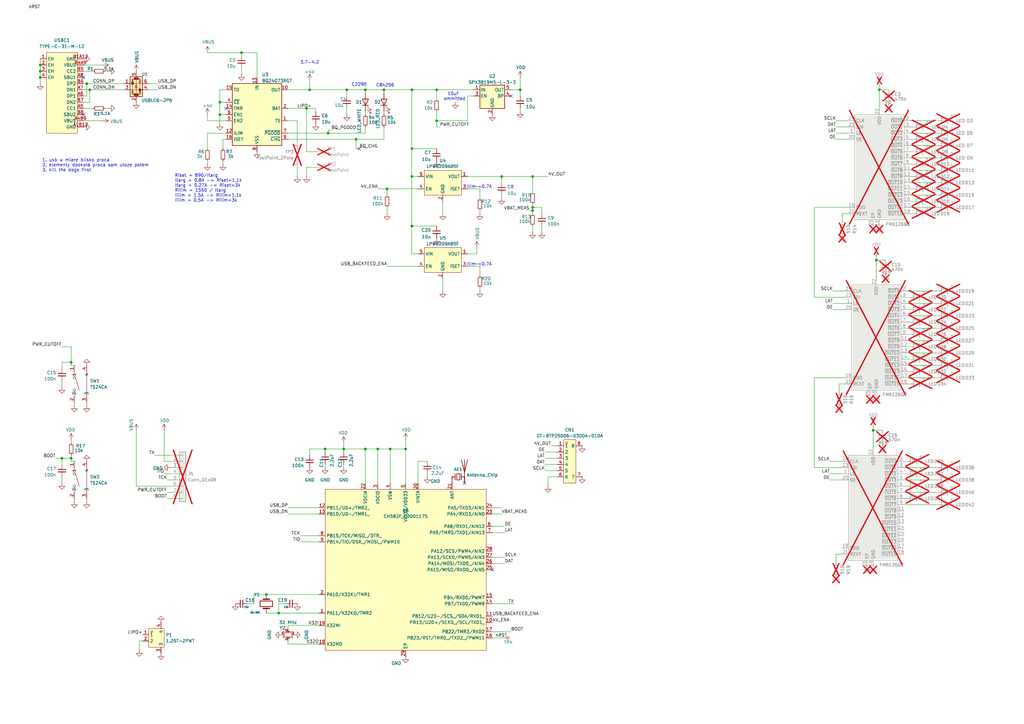
<source format=kicad_sch>
(kicad_sch (version 20250114) (generator "eeschema") (generator_version "9.0")
  (paper "A3")
  (text "C2290" (at 147.32 34.798 0) (effects (font (size 1.27 1.27))))
  (text "Ilim~=0.7A" (at 196.596 76.708 0) (effects (font (size 1.27 1.27))))
  (text "C84256" (at 157.988 35.052 0) (effects (font (size 1.27 1.27))))
  (text "3.7-4.2" (at 127 25.654 0) (effects (font (size 1.27 1.27))))
  (text "1. usb w miare blisko proca\n2. elementy dookoła proca sam ułoze potem\n3. kill the dogs first" (at 17.272 67.818 0) (effects (font (size 1.27 1.27)) (justify left)))
  (text "Riset = 890/Itarg\nItarg = 0.8A -> Riset=1.1k\nItarg = 0.27A -> Riset=3k\nRilim = 1550 / Itarg\nIilim = 1.5A -> Rilim=1.1k\nIilim = 0.5A -> Rilim=3k" (at 71.628 83.058 0) (effects (font (size 1.27 1.27)) (justify left bottom)))
  (text "Ilim~=0.7A" (at 196.596 108.458 0) (effects (font (size 1.27 1.27))))
  (text "10uF \nommitted" (at 186.436 39.624 0) (effects (font (size 1.27 1.27))))
  (junction (at 179.07 49.53))
  (junction (at 146.05 57.15))
  (junction (at 158.75 77.47))
  (junction (at 166.37 184.15))
  (junction (at 99.06 21.59))
  (junction (at 29.21 148.59))
  (junction (at 140.97 184.15))
  (junction (at 358.14 176.53))
  (junction (at 35.56 34.29))
  (junction (at 179.07 36.83))
  (junction (at 16.51 29.21))
  (junction (at 134.62 54.61))
  (junction (at 29.21 187.96))
  (junction (at 16.51 31.75))
  (junction (at 16.51 26.67))
  (junction (at 218.44 85.09))
  (junction (at 218.44 72.39))
  (junction (at 160.02 184.15))
  (junction (at 168.91 72.39))
  (junction (at 142.24 36.83))
  (junction (at 218.44 86.36))
  (junction (at 25.4 187.96))
  (junction (at 168.91 60.96))
  (junction (at 127 36.83))
  (junction (at 90.17 46.99))
  (junction (at 149.86 36.83))
  (junction (at 205.74 72.39))
  (junction (at 125.73 44.45))
  (junction (at 133.35 184.15))
  (junction (at 109.22 243.84))
  (junction (at 90.17 41.91))
  (junction (at 168.91 92.71))
  (junction (at 168.91 36.83))
  (junction (at 360.68 36.83))
  (junction (at 157.48 36.83))
  (junction (at 149.86 184.15))
  (junction (at 213.36 36.83))
  (junction (at 154.94 184.15))
  (junction (at 359.41 106.68))
  (junction (at 36.83 36.83))
  (junction (at 114.3 251.46))
  (no_connect (at 190.5 198.12))
  (no_connect (at 147.32 60.96))
  (no_connect (at 34.29 31.75))
  (no_connect (at 34.29 46.99))
  (no_connect (at 201.93 233.68))
  (no_connect (at 92.71 44.45))
  (no_connect (at 209.55 39.37))
  (wire (pts (xy 370.84 201.93) (xy 383.54 201.93)))
  (wire (pts (xy 140.97 184.15) (xy 133.35 184.15)))
  (wire (pts (xy 154.94 184.15) (xy 149.86 184.15)))
  (wire (pts (xy 194.31 39.37) (xy 191.77 39.37)))
  (wire (pts (xy 196.85 86.36) (xy 196.85 87.63)))
  (wire (pts (xy 55.88 176.53) (xy 55.88 199.39)))
  (wire (pts (xy 118.11 54.61) (xy 134.62 54.61)))
  (wire (pts (xy 179.07 45.72) (xy 179.07 49.53)))
  (wire (pts (xy 125.73 68.58) (xy 125.73 72.39)))
  (wire (pts (xy 92.71 57.15) (xy 91.44 57.15)))
  (wire (pts (xy 168.91 104.14) (xy 171.45 104.14)))
  (wire (pts (xy 30.48 189.23) (xy 29.21 189.23)))
  (wire (pts (xy 179.07 49.53) (xy 191.77 49.53)))
  (wire (pts (xy 91.44 66.04) (xy 91.44 67.31)))
  (wire (pts (xy 154.94 184.15) (xy 154.94 198.12)))
  (wire (pts (xy 135.89 53.34) (xy 134.62 53.34)))
  (wire (pts (xy 104.14 243.84) (xy 109.22 243.84)))
  (wire (pts (xy 64.77 36.83) (xy 60.96 36.83)))
  (wire (pts (xy 340.36 189.23) (xy 345.44 189.23)))
  (wire (pts (xy 344.17 157.48) (xy 344.17 161.29)))
  (wire (pts (xy 158.75 109.22) (xy 171.45 109.22)))
  (wire (pts (xy 360.68 36.83) (xy 364.49 36.83)))
  (wire (pts (xy 99.06 21.59) (xy 105.41 21.59)))
  (wire (pts (xy 383.54 49.53) (xy 373.38 49.53)))
  (wire (pts (xy 383.54 69.85) (xy 373.38 69.85)))
  (wire (pts (xy 168.91 60.96) (xy 179.07 60.96)))
  (wire (pts (xy 205.74 208.28) (xy 201.93 208.28)))
  (wire (pts (xy 180.34 52.07) (xy 179.07 52.07)))
  (wire (pts (xy 342.9 49.53) (xy 347.98 49.53)))
  (wire (pts (xy 226.06 182.88) (xy 228.6 182.88)))
  (wire (pts (xy 67.31 189.23) (xy 69.85 189.23)))
  (wire (pts (xy 218.44 85.09) (xy 218.44 86.36)))
  (wire (pts (xy 191.77 104.14) (xy 195.58 104.14)))
  (wire (pts (xy 359.41 106.68) (xy 363.22 106.68)))
  (wire (pts (xy 127 36.83) (xy 142.24 36.83)))
  (wire (pts (xy 383.54 85.09) (xy 373.38 85.09)))
  (wire (pts (xy 222.25 87.63) (xy 222.25 85.09)))
  (wire (pts (xy 334.01 191.77) (xy 345.44 191.77)))
  (wire (pts (xy 127 184.15) (xy 133.35 184.15)))
  (wire (pts (xy 142.24 39.37) (xy 142.24 36.83)))
  (wire (pts (xy 157.48 36.83) (xy 157.48 38.1)))
  (wire (pts (xy 205.74 80.01) (xy 205.74 81.28)))
  (wire (pts (xy 334.01 154.94) (xy 334.01 191.77)))
  (wire (pts (xy 104.14 247.65) (xy 104.14 243.84)))
  (wire (pts (xy 118.11 57.15) (xy 146.05 57.15)))
  (wire (pts (xy 191.77 77.47) (xy 196.85 77.47)))
  (wire (pts (xy 168.91 72.39) (xy 171.45 72.39)))
  (wire (pts (xy 57.15 262.89) (xy 58.42 262.89)))
  (wire (pts (xy 160.02 184.15) (xy 154.94 184.15)))
  (wire (pts (xy 340.36 194.31) (xy 345.44 194.31)))
  (wire (pts (xy 218.44 86.36) (xy 218.44 87.63)))
  (wire (pts (xy 168.91 72.39) (xy 168.91 92.71)))
  (wire (pts (xy 55.88 199.39) (xy 69.85 199.39)))
  (wire (pts (xy 127 33.02) (xy 127 36.83)))
  (wire (pts (xy 207.01 215.9) (xy 201.93 215.9)))
  (wire (pts (xy 383.54 64.77) (xy 373.38 64.77)))
  (wire (pts (xy 383.54 59.69) (xy 373.38 59.69)))
  (wire (pts (xy 105.41 21.59) (xy 105.41 31.75)))
  (wire (pts (xy 157.48 46.99) (xy 157.48 45.72)))
  (wire (pts (xy 213.36 36.83) (xy 213.36 31.75)))
  (wire (pts (xy 140.97 184.15) (xy 140.97 185.42)))
  (wire (pts (xy 346.71 157.48) (xy 344.17 157.48)))
  (wire (pts (xy 205.74 72.39) (xy 218.44 72.39)))
  (wire (pts (xy 210.82 247.65) (xy 201.93 247.65)))
  (wire (pts (xy 383.54 119.38) (xy 372.11 119.38)))
  (wire (pts (xy 140.97 181.61) (xy 140.97 184.15)))
  (wire (pts (xy 224.79 195.58) (xy 228.6 195.58)))
  (wire (pts (xy 342.9 57.15) (xy 347.98 57.15)))
  (wire (pts (xy 218.44 92.71) (xy 218.44 95.25)))
  (wire (pts (xy 160.02 184.15) (xy 160.02 198.12)))
  (wire (pts (xy 134.62 54.61) (xy 149.86 54.61)))
  (wire (pts (xy 372.11 134.62) (xy 383.54 134.62)))
  (wire (pts (xy 218.44 83.82) (xy 218.44 85.09)))
  (wire (pts (xy 364.49 41.91) (xy 364.49 43.18)))
  (wire (pts (xy 29.21 186.69) (xy 29.21 187.96)))
  (wire (pts (xy 99.06 21.59) (xy 85.09 21.59)))
  (wire (pts (xy 334.01 121.92) (xy 346.71 121.92)))
  (wire (pts (xy 346.71 154.94) (xy 334.01 154.94)))
  (wire (pts (xy 30.48 165.1) (xy 30.48 166.37)))
  (wire (pts (xy 121.92 49.53) (xy 121.92 58.42)))
  (wire (pts (xy 44.45 29.21) (xy 43.18 29.21)))
  (wire (pts (xy 30.48 204.47) (xy 30.48 205.74)))
  (wire (pts (xy 35.56 165.1) (xy 35.56 166.37)))
  (wire (pts (xy 29.21 142.24) (xy 29.21 148.59)))
  (wire (pts (xy 149.86 52.07) (xy 149.86 54.61)))
  (wire (pts (xy 340.36 196.85) (xy 345.44 196.85)))
  (wire (pts (xy 383.54 54.61) (xy 373.38 54.61)))
  (wire (pts (xy 92.71 41.91) (xy 90.17 41.91)))
  (wire (pts (xy 44.45 44.45) (xy 43.18 44.45)))
  (wire (pts (xy 129.54 62.23) (xy 125.73 62.23)))
  (wire (pts (xy 171.45 189.23) (xy 171.45 198.12)))
  (wire (pts (xy 223.52 187.96) (xy 228.6 187.96)))
  (wire (pts (xy 29.21 180.34) (xy 29.21 181.61)))
  (wire (pts (xy 341.63 124.46) (xy 346.71 124.46)))
  (wire (pts (xy 118.11 208.28) (xy 130.81 208.28)))
  (wire (pts (xy 341.63 119.38) (xy 346.71 119.38)))
  (wire (pts (xy 342.9 227.33) (xy 342.9 231.14)))
  (wire (pts (xy 147.32 60.96) (xy 146.05 60.96)))
  (wire (pts (xy 168.91 92.71) (xy 179.07 92.71)))
  (wire (pts (xy 168.91 92.71) (xy 168.91 104.14)))
  (wire (pts (xy 85.09 54.61) (xy 85.09 60.96)))
  (wire (pts (xy 92.71 36.83) (xy 90.17 36.83)))
  (wire (pts (xy 149.86 46.99) (xy 149.86 45.72)))
  (wire (pts (xy 157.48 36.83) (xy 168.91 36.83)))
  (wire (pts (xy 130.81 219.71) (xy 123.19 219.71)))
  (wire (pts (xy 64.77 34.29) (xy 60.96 34.29)))
  (wire (pts (xy 114.3 251.46) (xy 130.81 251.46)))
  (wire (pts (xy 90.17 36.83) (xy 90.17 41.91)))
  (wire (pts (xy 196.85 77.47) (xy 196.85 81.28)))
  (wire (pts (xy 68.58 204.47) (xy 69.85 204.47)))
  (wire (pts (xy 109.22 243.84) (xy 130.81 243.84)))
  (wire (pts (xy 207.01 231.14) (xy 201.93 231.14)))
  (wire (pts (xy 134.62 53.34) (xy 134.62 54.61)))
  (wire (pts (xy 16.51 29.21) (xy 16.51 31.75)))
  (wire (pts (xy 360.68 36.83) (xy 360.68 44.45)))
  (wire (pts (xy 36.83 36.83) (xy 50.8 36.83)))
  (wire (pts (xy 34.29 36.83) (xy 36.83 36.83)))
  (wire (pts (xy 223.52 185.42) (xy 228.6 185.42)))
  (wire (pts (xy 34.29 49.53) (xy 41.91 49.53)))
  (wire (pts (xy 181.61 82.55) (xy 181.61 87.63)))
  (wire (pts (xy 179.07 36.83) (xy 179.07 40.64)))
  (wire (pts (xy 91.44 57.15) (xy 91.44 60.96)))
  (wire (pts (xy 168.91 36.83) (xy 179.07 36.83)))
  (wire (pts (xy 157.48 52.07) (xy 157.48 57.15)))
  (wire (pts (xy 140.97 190.5) (xy 140.97 191.77)))
  (wire (pts (xy 67.31 194.31) (xy 69.85 194.31)))
  (wire (pts (xy 118.11 256.54) (xy 130.81 256.54)))
  (wire (pts (xy 342.9 54.61) (xy 347.98 54.61)))
  (wire (pts (xy 99.06 30.48) (xy 99.06 27.94)))
  (wire (pts (xy 25.4 187.96) (xy 25.4 190.5)))
  (wire (pts (xy 166.37 180.34) (xy 166.37 184.15)))
  (wire (pts (xy 29.21 189.23) (xy 29.21 187.96)))
  (wire (pts (xy 181.61 114.3) (xy 181.61 119.38)))
  (wire (pts (xy 207.01 228.6) (xy 201.93 228.6)))
  (wire (pts (xy 25.4 195.58) (xy 25.4 198.12)))
  (wire (pts (xy 63.5 186.69) (xy 69.85 186.69)))
  (wire (pts (xy 166.37 184.15) (xy 166.37 198.12)))
  (wire (pts (xy 68.58 201.93) (xy 69.85 201.93)))
  (wire (pts (xy 114.3 247.65) (xy 114.3 251.46)))
  (wire (pts (xy 370.84 191.77) (xy 383.54 191.77)))
  (wire (pts (xy 104.14 247.65) (xy 101.6 247.65)))
  (wire (pts (xy 16.51 26.67) (xy 16.51 29.21)))
  (wire (pts (xy 360.68 34.29) (xy 360.68 36.83)))
  (wire (pts (xy 218.44 72.39) (xy 218.44 78.74)))
  (wire (pts (xy 99.06 22.86) (xy 99.06 21.59)))
  (wire (pts (xy 372.11 139.7) (xy 383.54 139.7)))
  (wire (pts (xy 130.81 222.25) (xy 123.19 222.25)))
  (wire (pts (xy 370.84 207.01) (xy 383.54 207.01)))
  (wire (pts (xy 359.41 106.68) (xy 359.41 114.3)))
  (wire (pts (xy 29.21 149.86) (xy 29.21 148.59)))
  (wire (pts (xy 222.25 92.71) (xy 222.25 95.25)))
  (wire (pts (xy 118.11 49.53) (xy 121.92 49.53)))
  (wire (pts (xy 36.83 41.91) (xy 34.29 41.91)))
  (wire (pts (xy 157.48 36.83) (xy 149.86 36.83)))
  (wire (pts (xy 154.94 77.47) (xy 158.75 77.47)))
  (wire (pts (xy 179.07 52.07) (xy 179.07 49.53)))
  (wire (pts (xy 201.93 261.62) (xy 208.28 261.62)))
  (wire (pts (xy 383.54 80.01) (xy 373.38 80.01)))
  (wire (pts (xy 67.31 176.53) (xy 67.31 189.23)))
  (wire (pts (xy 196.85 109.22) (xy 196.85 113.03)))
  (wire (pts (xy 140.97 184.15) (xy 149.86 184.15)))
  (wire (pts (xy 36.83 36.83) (xy 36.83 41.91)))
  (wire (pts (xy 224.79 199.39) (xy 224.79 195.58)))
  (wire (pts (xy 114.3 247.65) (xy 116.84 247.65)))
  (wire (pts (xy 109.22 251.46) (xy 114.3 251.46)))
  (wire (pts (xy 34.29 29.21) (xy 38.1 29.21)))
  (wire (pts (xy 142.24 46.99) (xy 142.24 44.45)))
  (wire (pts (xy 92.71 49.53) (xy 85.09 49.53)))
  (wire (pts (xy 121.92 68.58) (xy 121.92 72.39)))
  (wire (pts (xy 191.77 109.22) (xy 196.85 109.22)))
  (wire (pts (xy 191.77 49.53) (xy 191.77 39.37)))
  (wire (pts (xy 209.55 259.08) (xy 201.93 259.08)))
  (wire (pts (xy 35.56 34.29) (xy 35.56 39.37)))
  (wire (pts (xy 35.56 204.47) (xy 35.56 205.74)))
  (wire (pts (xy 224.79 72.39) (xy 218.44 72.39)))
  (wire (pts (xy 57.15 266.7) (xy 57.15 262.89)))
  (wire (pts (xy 129.54 68.58) (xy 125.73 68.58)))
  (wire (pts (xy 92.71 54.61) (xy 85.09 54.61)))
  (wire (pts (xy 149.86 36.83) (xy 149.86 38.1)))
  (wire (pts (xy 158.75 85.09) (xy 158.75 87.63)))
  (wire (pts (xy 118.11 44.45) (xy 125.73 44.45)))
  (wire (pts (xy 34.29 39.37) (xy 35.56 39.37)))
  (wire (pts (xy 213.36 36.83) (xy 213.36 39.37)))
  (wire (pts (xy 25.4 148.59) (xy 25.4 151.13)))
  (wire (pts (xy 34.29 26.67) (xy 41.91 26.67)))
  (wire (pts (xy 158.75 77.47) (xy 171.45 77.47)))
  (wire (pts (xy 118.11 36.83) (xy 127 36.83)))
  (wire (pts (xy 347.98 85.09) (xy 334.01 85.09)))
  (wire (pts (xy 372.11 154.94) (xy 383.54 154.94)))
  (wire (pts (xy 127 186.69) (xy 127 184.15)))
  (wire (pts (xy 142.24 36.83) (xy 149.86 36.83)))
  (wire (pts (xy 222.25 85.09) (xy 218.44 85.09)))
  (wire (pts (xy 160.02 184.15) (xy 166.37 184.15)))
  (wire (pts (xy 207.01 218.44) (xy 201.93 218.44)))
  (wire (pts (xy 16.51 24.13) (xy 16.51 26.67)))
  (wire (pts (xy 146.05 57.15) (xy 157.48 57.15)))
  (wire (pts (xy 30.48 149.86) (xy 29.21 149.86)))
  (wire (pts (xy 213.36 44.45) (xy 213.36 45.72)))
  (wire (pts (xy 34.29 44.45) (xy 38.1 44.45)))
  (wire (pts (xy 118.11 257.81) (xy 118.11 256.54)))
  (wire (pts (xy 133.35 184.15) (xy 133.35 185.42)))
  (wire (pts (xy 223.52 193.04) (xy 228.6 193.04)))
  (wire (pts (xy 205.74 210.82) (xy 201.93 210.82)))
  (wire (pts (xy 25.4 156.21) (xy 25.4 158.75)))
  (wire (pts (xy 90.17 46.99) (xy 90.17 50.8)))
  (wire (pts (xy 92.71 46.99) (xy 90.17 46.99)))
  (wire (pts (xy 175.26 195.58) (xy 175.26 194.31)))
  (wire (pts (xy 118.11 210.82) (xy 130.81 210.82)))
  (wire (pts (xy 358.14 176.53) (xy 361.95 176.53)))
  (wire (pts (xy 358.14 173.99) (xy 358.14 176.53)))
  (wire (pts (xy 34.29 34.29) (xy 35.56 34.29)))
  (wire (pts (xy 383.54 74.93) (xy 373.38 74.93)))
  (wire (pts (xy 370.84 196.85) (xy 383.54 196.85)))
  (wire (pts (xy 168.91 36.83) (xy 168.91 60.96)))
  (wire (pts (xy 158.75 77.47) (xy 158.75 80.01)))
  (wire (pts (xy 125.73 44.45) (xy 125.73 62.23)))
  (wire (pts (xy 195.58 101.6) (xy 195.58 104.14)))
  (wire (pts (xy 179.07 36.83) (xy 194.31 36.83)))
  (wire (pts (xy 175.26 189.23) (xy 171.45 189.23)))
  (wire (pts (xy 334.01 85.09) (xy 334.01 121.92)))
  (wire (pts (xy 196.85 118.11) (xy 196.85 119.38)))
  (wire (pts (xy 25.4 142.24) (xy 29.21 142.24)))
  (wire (pts (xy 209.55 36.83) (xy 213.36 36.83)))
  (wire (pts (xy 205.74 72.39) (xy 205.74 74.93)))
  (wire (pts (xy 345.44 87.63) (xy 345.44 91.44)))
  (wire (pts (xy 168.91 72.39) (xy 168.91 60.96)))
  (wire (pts (xy 223.52 190.5) (xy 228.6 190.5)))
  (wire (pts (xy 90.17 41.91) (xy 90.17 46.99)))
  (wire (pts (xy 345.44 227.33) (xy 342.9 227.33)))
  (wire (pts (xy 129.54 45.72) (xy 129.54 44.45)))
  (wire (pts (xy 130.81 264.16) (xy 118.11 264.16)))
  (wire (pts (xy 25.4 187.96) (xy 22.86 187.96)))
  (wire (pts (xy 29.21 148.59) (xy 25.4 148.59)))
  (wire (pts (xy 217.17 86.36) (xy 218.44 86.36)))
  (wire (pts (xy 149.86 184.15) (xy 149.86 198.12)))
  (wire (pts (xy 342.9 52.07) (xy 347.98 52.07)))
  (wire (pts (xy 146.05 57.15) (xy 146.05 60.96)))
  (wire (pts (xy 118.11 264.16) (xy 118.11 262.89)))
  (wire (pts (xy 133.35 190.5) (xy 133.35 191.77)))
  (wire (pts (xy 16.51 31.75) (xy 16.51 34.29)))
  (wire (pts (xy 359.41 104.14) (xy 359.41 106.68)))
  (wire (pts (xy 372.11 149.86) (xy 383.54 149.86)))
  (wire (pts (xy 372.11 144.78) (xy 383.54 144.78)))
  (wire (pts (xy 191.77 72.39) (xy 205.74 72.39)))
  (wire (pts (xy 347.98 87.63) (xy 345.44 87.63)))
  (wire (pts (xy 68.58 196.85) (xy 69.85 196.85)))
  (wire (pts (xy 363.22 111.76) (xy 363.22 113.03)))
  (wire (pts (xy 358.14 176.53) (xy 358.14 184.15)))
  (wire (pts (xy 372.11 129.54) (xy 383.54 129.54)))
  (wire (pts (xy 85.09 49.53) (xy 85.09 46.99)))
  (wire (pts (xy 361.95 181.61) (xy 361.95 182.88)))
  (wire (pts (xy 35.56 34.29) (xy 50.8 34.29)))
  (wire (pts (xy 85.09 66.04) (xy 85.09 67.31)))
  (wire (pts (xy 129.54 44.45) (xy 125.73 44.45)))
  (wire (pts (xy 341.63 127) (xy 346.71 127)))
  (wire (pts (xy 29.21 187.96) (xy 25.4 187.96)))
  (wire (pts (xy 383.54 124.46) (xy 372.11 124.46)))
  (label "BQ_CHG" (at 147.32 60.96 0))
  (label "VBAT_MEAS" (at 217.17 86.36 180))
  (label "TCK" (at 68.58 196.85 180))
  (label "LAT" (at 342.9 54.61 180))
  (label "X32O" (at 130.81 264.16 180))
  (label "SCLK" (at 340.36 189.23 180))
  (label "USB_DN" (at 118.11 210.82 180))
  (label "4V_ENA" (at 154.94 77.47 180))
  (label "BOOT" (at 209.55 259.08 0))
  (label "CONN_DN" (at 38.1 36.83 0))
  (label "USB_BACKFEED_ENA" (at 158.75 109.22 180))
  (label "PWR_CUTOFF" (at 68.58 201.93 180))
  (label "SCLK" (at 223.52 193.04 180))
  (label "OE" (at 340.36 196.85 180))
  (label "OE" (at 207.01 215.9 0))
  (label "nRST" (at 203.2 261.62 0))
  (label "BQ_PGOOD" (at 135.89 53.34 0))
  (label "PWR_CUTOFF" (at 25.4 142.24 180))
  (label "X32I" (at 130.81 256.54 180))
  (label "LIPO+" (at 58.42 260.35 180))
  (label "SCLK" (at 341.63 119.38 180))
  (label "TX" (at 210.82 247.65 180))
  (label "DAT" (at 223.52 190.5 180))
  (label "LAT" (at 340.36 194.31 180))
  (label "CONN_DP" (at 38.1 34.29 0))
  (label "DAT" (at 207.01 231.14 0))
  (label "4V_OUT" (at 224.79 72.39 0))
  (label "USB_DP" (at 64.77 34.29 0))
  (label "OE" (at 342.9 57.15 180))
  (label "LAT" (at 223.52 187.96 180))
  (label "USB_DN" (at 64.77 36.83 0))
  (label "4V_OUT" (at 226.06 182.88 180))
  (label "LAT" (at 207.01 218.44 0))
  (label "VBAT_MEAS" (at 205.74 210.82 0))
  (label "LIPO+" (at 121.8655 44.45 0))
  (label "SCLK" (at 207.01 228.6 0))
  (label "TIO" (at 67.31 194.31 180))
  (label "USB_BACKFEED_ENA" (at 201.93 252.73 0))
  (label "DAT" (at 342.9 52.07 180))
  (label "PWR_CUTOFF" (at 180.34 52.07 0))
  (label "TX" (at 63.5 186.69 180))
  (label "TCK" (at 123.19 219.71 180))
  (label "OE" (at 341.63 127 180))
  (label "4V_ENA" (at 201.93 255.27 0))
  (label "LAT" (at 341.63 124.46 180))
  (label "TIO" (at 123.19 222.25 180))
  (label "nRST" (at 16.51 3.81 180))
  (label "BOOT" (at 68.58 204.47 180))
  (label "USB_DP" (at 118.11 208.28 180))
  (label "SCLK" (at 342.9 49.53 180))
  (label "BOOT" (at 22.86 187.96 180))
  (label "OE" (at 223.52 185.42 180))
  (symbol (lib_name "LED_1") (lib_id "Device:LED") (at 374.65 189.23 180) (unit 1) (exclude_from_sim yes) (in_bom no) (on_board no) (dnp yes)
    (property "Reference" "D35" (at 385.064 189.23 0))
    (property "Value" "LED" (at 381.254 189.23 0))
    (property "Footprint" "LED_SMD:LED_0402_1005Metric" (effects (hide yes)))
    (property "Description" "Light emitting diode" (effects (hide yes)))
    (property "Sim.Pins" "1=K 2=A" (effects (hide yes)))
  )
  (symbol (lib_id "power:GND") (at 34.29 24.13 90) (unit 1)
    (property "Reference" "#PWR02" (effects (hide yes)))
    (property "Value" "GND" (effects (hide yes)))
  )
  (symbol (lib_name "LED_1") (lib_id "Device:LED") (at 387.35 64.77 180) (unit 1) (exclude_from_sim yes) (in_bom no) (on_board no) (dnp yes)
    (property "Reference" "D9" (at 397.764 64.77 0))
    (property "Value" "LED" (at 393.954 64.77 0))
    (property "Footprint" "LED_SMD:LED_0201_0603Metric" (effects (hide yes)))
    (property "Description" "Light emitting diode" (effects (hide yes)))
    (property "Sim.Pins" "1=K 2=A" (effects (hide yes)))
  )
  (symbol (lib_id "Power_Protection:USBLC6-2P6") (at 55.88 34.29 0) (unit 1)
    (property "Reference" "U1" (at 57.912 30.48 0) (effects (justify left)))
    (property "Value" "USBLC6-2P6" (at 57.912 41.148 0) (effects (justify left)))
    (property "Footprint" "Package_TO_SOT_SMD:SOT-666" (effects (hide yes)))
    (property "Datasheet" "https://www.st.com/resource/en/datasheet/usblc6-2.pdf" (effects (hide yes)))
    (property "Description" "Very low capacitance ESD protection diode, 2 data-line, SOT-666" (effects (hide yes)))
    (property "LCSC" "C2827693" (effects (hide yes)))
  )
  (symbol (lib_id "power:GND") (at 69.85 191.77 270) (unit 1)
    (property "Reference" "#PWR080" (effects (hide yes)))
    (property "Value" "GND" (at 64.77 192.024 90))
    (property "Description" "Power symbol creates a global label with name \"GND\" , ground" (effects (hide yes)))
  )
  (symbol (lib_name "LED_1") (lib_id "Device:LED") (at 387.35 80.01 180) (unit 1) (exclude_from_sim yes) (in_bom no) (on_board no) (dnp yes)
    (property "Reference" "D15" (at 397.764 80.01 0))
    (property "Value" "LED" (at 393.954 80.01 0))
    (property "Footprint" "LED_SMD:LED_0402_1005Metric" (effects (hide yes)))
    (property "Description" "Light emitting diode" (effects (hide yes)))
    (property "Sim.Pins" "1=K 2=A" (effects (hide yes)))
  )
  (symbol (lib_name "LED_1") (lib_id "Device:LED") (at 387.35 129.54 180) (unit 1) (exclude_from_sim yes) (in_bom no) (on_board no) (dnp yes)
    (property "Reference" "D23" (at 397.764 129.54 0))
    (property "Value" "LED" (at 393.954 129.54 0))
    (property "Footprint" "LED_SMD:LED_0603_1608Metric" (effects (hide yes)))
    (property "Description" "Light emitting diode" (effects (hide yes)))
    (property "Sim.Pins" "1=K 2=A" (effects (hide yes)))
  )
  (symbol (lib_name "LED_1") (lib_id "Device:LED") (at 375.92 157.48 180) (unit 1) (exclude_from_sim yes) (in_bom no) (on_board no) (dnp yes)
    (property "Reference" "D34" (at 386.334 157.48 0))
    (property "Value" "LED" (at 382.524 157.48 0))
    (property "Footprint" "LED_SMD:LED_0402_1005Metric" (effects (hide yes)))
    (property "Description" "Light emitting diode" (effects (hide yes)))
    (property "Sim.Pins" "1=K 2=A" (effects (hide yes)))
  )
  (symbol (lib_name "LED_1") (lib_id "Device:LED") (at 375.92 152.4 180) (unit 1) (exclude_from_sim yes) (in_bom no) (on_board no) (dnp yes)
    (property "Reference" "D32" (at 386.334 152.4 0))
    (property "Value" "LED" (at 382.524 152.4 0))
    (property "Footprint" "LED_SMD:LED_0402_1005Metric" (effects (hide yes)))
    (property "Description" "Light emitting diode" (effects (hide yes)))
    (property "Sim.Pins" "1=K 2=A" (effects (hide yes)))
  )
  (symbol (lib_id "Device:C_Small") (at 99.06 25.4 0) (mirror y) (unit 1)
    (property "Reference" "C1" (at 96.7359 24.5716 0) (effects (justify left)))
    (property "Value" "10u" (at 96.7359 27.1085 0) (effects (justify left)))
    (property "Footprint" "Capacitor_SMD:C_0603_1608Metric" (effects (hide yes)))
    (property "LCSC" "C96446" (effects (hide yes)))
  )
  (symbol (lib_id "power:GND") (at 358.14 232.41 0) (unit 1) (exclude_from_sim yes) (in_bom no) (on_board no) (dnp yes)
    (property "Reference" "#PWR070" (effects (hide yes)))
    (property "Value" "GND" (effects (hide yes)))
  )
  (symbol (lib_id "Project_Symbols:FM6126QC") (at 359.41 133.35 0) (unit 1) (exclude_from_sim yes) (in_bom no) (on_board no) (dnp yes)
    (property "Reference" "R15" (at 361.5533 111.76 0) (effects (justify left)))
    (property "Value" "FM6126QC" (at 361.95 161.798 0) (effects (justify left)))
    (property "Footprint" "easyeda2kicad:TQFN-24_L4.0-W4.0-P0.50-BL-EP2.6" (effects (hide yes)))
    (property "LCSC Part" "C2844290" (effects (hide yes)))
  )
  (symbol (lib_name "LED_1") (lib_id "Device:LED") (at 377.19 87.63 180) (unit 1) (exclude_from_sim yes) (in_bom no) (on_board no) (dnp yes)
    (property "Reference" "D18" (at 387.604 87.63 0))
    (property "Value" "LED" (at 383.794 87.63 0))
    (property "Footprint" "LED_SMD:LED_0603_1608Metric" (effects (hide yes)))
    (property "Description" "Light emitting diode" (effects (hide yes)))
    (property "Sim.Pins" "1=K 2=A" (effects (hide yes)))
  )
  (symbol (lib_id "power:GND") (at 127 191.77 0) (mirror y) (unit 1)
    (property "Reference" "#PWR045" (effects (hide yes)))
    (property "Value" "GND" (at 127 196.85 0))
    (property "Description" "Power symbol creates a global label with name \"GND\" , ground" (effects (hide yes)))
  )
  (symbol (lib_id "power:VBUS") (at 41.91 49.53 270) (unit 1)
    (property "Reference" "#PWR019" (effects (hide yes)))
    (property "Value" "VBUS" (at 47.752 49.784 90))
  )
  (symbol (lib_id "power:GND") (at 35.56 205.74 0) (mirror y) (unit 1)
    (property "Reference" "#PWR064" (effects (hide yes)))
    (property "Value" "GND" (effects (hide yes)))
  )
  (symbol (lib_name "LED_1") (lib_id "Device:LED") (at 387.35 54.61 180) (unit 1) (exclude_from_sim yes) (in_bom no) (on_board no) (dnp yes)
    (property "Reference" "D5" (at 397.764 54.61 0))
    (property "Value" "LED" (at 393.954 54.61 0))
    (property "Footprint" "LED_SMD:LED_0402_1005Metric" (effects (hide yes)))
    (property "Description" "Light emitting diode" (effects (hide yes)))
    (property "Sim.Pins" "1=K 2=A" (effects (hide yes)))
  )
  (symbol (lib_id "power:GND") (at 25.4 198.12 0) (mirror y) (unit 1)
    (property "Reference" "#PWR060" (effects (hide yes)))
    (property "Value" "GND" (effects (hide yes)))
  )
  (symbol (lib_name "LED_1") (lib_id "Device:LED") (at 387.35 124.46 180) (unit 1) (exclude_from_sim yes) (in_bom no) (on_board no) (dnp yes)
    (property "Reference" "D21" (at 397.764 124.46 0))
    (property "Value" "LED" (at 393.954 124.46 0))
    (property "Footprint" "LED_SMD:LED_0603_1608Metric" (effects (hide yes)))
    (property "Description" "Light emitting diode" (effects (hide yes)))
    (property "Sim.Pins" "1=K 2=A" (effects (hide yes)))
  )
  (symbol (lib_id "power:GND") (at 115.57 260.35 270) (unit 1)
    (property "Reference" "#PWR065" (effects (hide yes)))
    (property "Value" "GND" (at 110.49 260.35 0))
    (property "Description" "Power symbol creates a global label with name \"GND\" , ground" (effects (hide yes)))
  )
  (symbol (lib_id "power:GND") (at 57.15 266.7 0) (mirror y) (unit 1)
    (property "Reference" "#PWR037" (effects (hide yes)))
    (property "Value" "GND" (effects (hide yes)))
  )
  (symbol (lib_id "Device:C_Small") (at 363.22 109.22 0) (unit 1) (exclude_from_sim yes) (in_bom no) (on_board no) (dnp yes)
    (property "Reference" "C10" (at 365.5441 108.5826 0) (effects (justify left)))
    (property "Value" "470n" (at 365.5441 110.5036 0) (effects (justify left)))
    (property "Footprint" "Capacitor_SMD:C_1206_3216Metric" (effects (hide yes)))
    (property "LCSC" "C52923" (effects (hide yes)))
  )
  (symbol (lib_id "power:GND") (at 25.4 158.75 0) (mirror y) (unit 1)
    (property "Reference" "#PWR050" (effects (hide yes)))
    (property "Value" "GND" (effects (hide yes)))
  )
  (symbol (lib_name "LED_1") (lib_id "Device:LED") (at 375.92 132.08 180) (unit 1) (exclude_from_sim yes) (in_bom no) (on_board no) (dnp yes)
    (property "Reference" "D24" (at 386.334 132.08 0))
    (property "Value" "LED" (at 382.524 132.08 0))
    (property "Footprint" "LED_SMD:LED_0603_1608Metric" (effects (hide yes)))
    (property "Description" "Light emitting diode" (effects (hide yes)))
    (property "Sim.Pins" "1=K 2=A" (effects (hide yes)))
  )
  (symbol (lib_id "Device:R_Small") (at 40.64 44.45 90) (unit 1)
    (property "Reference" "R3" (at 39.624 46.736 90))
    (property "Value" "5.1k" (at 43.18 46.482 90))
    (property "Footprint" "Resistor_SMD:R_0402_1005Metric" (effects (hide yes)))
    (property "LCSC" "C25905" (effects (hide yes)))
  )
  (symbol (lib_id "Device:Crystal") (at 109.22 247.65 270) (unit 1)
    (property "Reference" "Y1" (at 105.41 243.84 90))
    (property "Value" "XO-32K" (at 104.648 251.206 90) (effects (font (size 0.65 0.65))))
    (property "Footprint" "Crystal:Crystal_SMD_2012-2Pin_2.0x1.2mm" (effects (hide yes)))
    (property "Description" "Two pin crystal" (effects (hide yes)))
    (property "LCSC" "C7500573" (effects (hide yes)))
  )
  (symbol (lib_id "Device:R_Small") (at 218.44 81.28 180) (unit 1)
    (property "Reference" "R10" (at 215.9 80.01 0))
    (property "Value" "100k" (at 215.265 81.915 0))
    (property "Footprint" "Resistor_SMD:R_0402_1005Metric" (effects (hide yes)))
    (property "LCSC" "C25741" (effects (hide yes)))
  )
  (symbol (lib_id "power:GND") (at 196.85 87.63 0) (mirror y) (unit 1)
    (property "Reference" "#PWR033" (effects (hide yes)))
    (property "Value" "GND" (effects (hide yes)))
  )
  (symbol (lib_id "easyeda2kicad:CH582F_C3001175") (at 166.37 233.68 0) (unit 1)
    (property "Reference" "U6" (at 166.37 209.3425 0))
    (property "Value" "CH582F_C3001175" (at 166.37 211.7668 0))
    (property "Footprint" "easyeda2kicad:QFN-28_L4.0-W4.0-P0.40-BL-EP2.8" (effects (hide yes)))
    (property "LCSC" "C3001175" (effects (hide yes)))
  )
  (symbol (lib_id "power:GND") (at 224.79 199.39 0) (mirror y) (unit 1)
    (property "Reference" "#PWR076" (effects (hide yes)))
    (property "Value" "GND" (effects (hide yes)))
  )
  (symbol (lib_id "Connector:TestPoint_2Pole") (at 121.92 63.5 270) (mirror x) (unit 1) (dnp yes)
    (property "Reference" "TP3" (at 120.523 62.2878 90) (effects (justify right)))
    (property "Value" "TestPoint_2Pole" (at 120.523 64.7121 90) (effects (justify right)))
    (property "Footprint" "Connector_PinHeader_2.00mm:PinHeader_1x02_P2.00mm_Vertical" (effects (hide yes)))
    (property "Description" "2-polar test point" (effects (hide yes)))
  )
  (symbol (lib_id "Device:R_Small") (at 85.09 63.5 180) (unit 1)
    (property "Reference" "R6" (at 82.55 62.23 0))
    (property "Value" "3k" (at 81.915 64.135 0))
    (property "Footprint" "Resistor_SMD:R_0402_1005Metric" (effects (hide yes)))
    (property "LCSC" "C25890" (effects (hide yes)))
  )
  (symbol (lib_id "Device:R_Small") (at 345.44 93.98 0) (unit 1) (exclude_from_sim yes) (in_bom no) (on_board no) (dnp yes)
    (property "Reference" "R14" (at 350.52 93.98 90))
    (property "Value" "510" (at 347.98 93.98 90))
    (property "Footprint" "Resistor_SMD:R_1206_3216Metric" (effects (hide yes)))
    (property "LCSC" "C25123" (effects (hide yes)))
  )
  (symbol (lib_id "power:GND") (at 158.75 87.63 0) (mirror y) (unit 1)
    (property "Reference" "#PWR031" (effects (hide yes)))
    (property "Value" "GND" (effects (hide yes)))
  )
  (symbol (lib_id "Device:C_Small") (at 25.4 153.67 0) (mirror y) (unit 1)
    (property "Reference" "C15" (at 23.0759 152.8416 0) (effects (justify left)))
    (property "Value" "100n" (at 23.0759 155.3785 0) (effects (justify left)))
    (property "Footprint" "Capacitor_SMD:C_0402_1005Metric" (effects (hide yes)))
    (property "LCSC" "C307331" (effects (hide yes)))
  )
  (symbol (lib_id "Device:C_Small") (at 140.97 187.96 0) (mirror y) (unit 1)
    (property "Reference" "C12" (at 139.446 191.77 90) (effects (justify left)))
    (property "Value" "2.2uF" (at 144.018 191.516 90) (effects (justify left)))
    (property "Footprint" "Capacitor_SMD:C_0402_1005Metric" (effects (hide yes)))
    (property "Description" "10v 2.2uF" (effects (hide yes)))
    (property "LCSC" "C12530" (effects (hide yes)))
  )
  (symbol (lib_id "power:GND") (at 16.51 34.29 0) (unit 1)
    (property "Reference" "#PWR09" (effects (hide yes)))
    (property "Value" "GND" (effects (hide yes)))
  )
  (symbol (lib_id "Device:R_Small") (at 40.64 29.21 90) (mirror x) (unit 1)
    (property "Reference" "R1" (at 37.084 28.194 90))
    (property "Value" "5.1k" (at 44.704 28.194 90))
    (property "Footprint" "Resistor_SMD:R_0402_1005Metric" (effects (hide yes)))
    (property "LCSC" "C25905" (effects (hide yes)))
  )
  (symbol (lib_id "Device:Antenna_Chip") (at 187.96 195.58 0) (unit 1)
    (property "Reference" "AE1" (at 189.738 192.532 0) (effects (justify right)))
    (property "Value" "Antenna_Chip" (at 204.216 194.818 0) (effects (justify right)))
    (property "Footprint" "RF_Antenna:Johanson_2450AT18x100" (effects (hide yes)))
    (property "Description" "Ceramic chip antenna with pin for PCB trace" (effects (hide yes)))
    (property "LCSC" "C127629" (effects (hide yes)))
  )
  (symbol (lib_id "power:GND") (at 44.45 44.45 90) (mirror x) (unit 1)
    (property "Reference" "#PWR014" (effects (hide yes)))
    (property "Value" "GND" (effects (hide yes)))
  )
  (symbol (lib_id "Device:C_Small") (at 133.35 187.96 0) (mirror y) (unit 1)
    (property "Reference" "C11" (at 131.826 191.77 90) (effects (justify left)))
    (property "Value" "2.2uF" (at 136.144 191.516 90) (effects (justify left)))
    (property "Footprint" "Capacitor_SMD:C_0402_1005Metric" (effects (hide yes)))
    (property "Description" "10v 2.2uF" (effects (hide yes)))
    (property "LCSC" "C12530" (effects (hide yes)))
  )
  (symbol (lib_id "power:GND") (at 359.41 162.56 0) (unit 1) (exclude_from_sim yes) (in_bom no) (on_board no) (dnp yes)
    (property "Reference" "#PWR052" (effects (hide yes)))
    (property "Value" "GND" (effects (hide yes)))
  )
  (symbol (lib_name "LED_1") (lib_id "Device:LED") (at 387.35 196.85 180) (unit 1) (exclude_from_sim yes) (in_bom no) (on_board no) (dnp yes)
    (property "Reference" "D38" (at 397.764 196.85 0))
    (property "Value" "LED" (at 393.954 196.85 0))
    (property "Footprint" "LED_SMD:LED_0603_1608Metric" (effects (hide yes)))
    (property "Description" "Light emitting diode" (effects (hide yes)))
    (property "Sim.Pins" "1=K 2=A" (effects (hide yes)))
  )
  (symbol (lib_id "Device:R_Small") (at 158.75 82.55 180) (unit 1)
    (property "Reference" "R11" (at 154.94 81.28 0))
    (property "Value" "100k" (at 154.94 83.566 0))
    (property "Footprint" "Resistor_SMD:R_0402_1005Metric" (effects (hide yes)))
    (property "LCSC" "C25741" (effects (hide yes)))
  )
  (symbol (lib_id "power:VDD") (at 359.41 104.14 0) (unit 1) (exclude_from_sim yes) (in_bom no) (on_board no) (dnp yes)
    (property "Reference" "#PWR041" (effects (hide yes)))
    (property "Value" "VDD" (at 359.41 100.33 0))
  )
  (symbol (lib_name "LPW5209AB5F_1") (lib_id "easyeda2kicad:LPW5209AB5F") (at 181.61 74.93 0) (unit 1)
    (property "Reference" "U4" (at 181.61 65.8325 0))
    (property "Value" "LPW5209AB5F" (at 181.61 68.2568 0))
    (property "Footprint" "easyeda2kicad:SOT-23-5_L3.0-W1.7-P0.95-LS2.8-BL" (effects (hide yes)))
    (property "Datasheet" "https://lcsc.com/product-detail/PMIC-Power-Distribution-Switches_LOWPOWER-LPW5209AB5F_C387727.html" (effects (hide yes)))
    (property "LCSC" "C387727" (effects (hide yes)))
  )
  (symbol (lib_id "power:GND") (at 35.56 166.37 0) (mirror y) (unit 1)
    (property "Reference" "#PWR054" (effects (hide yes)))
    (property "Value" "GND" (effects (hide yes)))
  )
  (symbol (lib_id "power:GND") (at 213.36 45.72 0) (unit 1)
    (property "Reference" "#PWR015" (effects (hide yes)))
    (property "Value" "GND" (effects (hide yes)))
  )
  (symbol (lib_name "LED_1") (lib_id "Device:LED") (at 387.35 59.69 180) (unit 1) (exclude_from_sim yes) (in_bom no) (on_board no) (dnp yes)
    (property "Reference" "D7" (at 397.764 59.69 0))
    (property "Value" "LED" (at 393.954 59.69 0))
    (property "Footprint" "LED_SMD:LED_0201_0603Metric" (effects (hide yes)))
    (property "Description" "Light emitting diode" (effects (hide yes)))
    (property "Sim.Pins" "1=K 2=A" (effects (hide yes)))
  )
  (symbol (lib_id "Battery_Management:BQ24073RGT") (at 105.41 46.99 0) (unit 1)
    (property "Reference" "U3" (at 107.4294 30.5902 0) (effects (justify left)))
    (property "Value" "BQ24073RGT" (at 107.4294 33.1271 0) (effects (justify left)))
    (property "Footprint" "Package_DFN_QFN:VQFN-16-1EP_3x3mm_P0.5mm_EP1.6x1.6mm_ThermalVias" (effects (hide yes)))
    (property "Datasheet" "http://www.ti.com/lit/ds/symlink/bq24073.pdf" (effects (hide yes)))
    (property "LCSC" "C15220" (effects (hide yes)))
  )
  (symbol (lib_id "Device:C_Small") (at 361.95 179.07 0) (unit 1) (exclude_from_sim yes) (in_bom no) (on_board no) (dnp yes)
    (property "Reference" "C16" (at 364.2741 178.4326 0) (effects (justify left)))
    (property "Value" "470n" (at 364.2741 180.3536 0) (effects (justify left)))
    (property "Footprint" "Capacitor_SMD:C_1206_3216Metric" (effects (hide yes)))
    (property "LCSC" "C52923" (effects (hide yes)))
  )
  (symbol (lib_name "LED_1") (lib_id "Device:LED") (at 387.35 139.7 180) (unit 1) (exclude_from_sim yes) (in_bom no) (on_board no) (dnp yes)
    (property "Reference" "D27" (at 397.764 139.7 0))
    (property "Value" "LED" (at 393.954 139.7 0))
    (property "Footprint" "LED_SMD:LED_0603_1608Metric" (effects (hide yes)))
    (property "Description" "Light emitting diode" (effects (hide yes)))
    (property "Sim.Pins" "1=K 2=A" (effects (hide yes)))
  )
  (symbol (lib_id "Device:C_Small") (at 175.26 191.77 0) (mirror x) (unit 1)
    (property "Reference" "C14" (at 177.292 191.77 0) (effects (justify left)))
    (property "Value" "2.2uF" (at 176.784 194.056 0) (effects (justify left)))
    (property "Footprint" "Capacitor_SMD:C_0402_1005Metric" (effects (hide yes)))
    (property "Description" "10v 2.2uF" (effects (hide yes)))
    (property "LCSC" "C12530" (effects (hide yes)))
  )
  (symbol (lib_id "power:GND") (at 121.92 72.39 0) (unit 1)
    (property "Reference" "#PWR027" (effects (hide yes)))
    (property "Value" "GND" (effects (hide yes)))
  )
  (symbol (lib_name "LED_1") (lib_id "Device:LED") (at 375.92 147.32 180) (unit 1) (exclude_from_sim yes) (in_bom no) (on_board no) (dnp yes)
    (property "Reference" "D30" (at 386.334 147.32 0))
    (property "Value" "LED" (at 382.524 147.32 0))
    (property "Footprint" "LED_SMD:LED_0402_1005Metric" (effects (hide yes)))
    (property "Description" "Light emitting diode" (effects (hide yes)))
    (property "Sim.Pins" "1=K 2=A" (effects (hide yes)))
  )
  (symbol (lib_id "power:GND") (at 44.45 29.21 90) (unit 1)
    (property "Reference" "#PWR04" (effects (hide yes)))
    (property "Value" "GND" (effects (hide yes)))
  )
  (symbol (lib_name "LED_1") (lib_id "Device:LED") (at 374.65 204.47 180) (unit 1) (exclude_from_sim yes) (in_bom no) (on_board no) (dnp yes)
    (property "Reference" "D41" (at 385.064 204.47 0))
    (property "Value" "LED" (at 381.254 204.47 0))
    (property "Footprint" "LED_SMD:LED_0603_1608Metric" (effects (hide yes)))
    (property "Description" "Light emitting diode" (effects (hide yes)))
    (property "Sim.Pins" "1=K 2=A" (effects (hide yes)))
  )
  (symbol (lib_id "Device:C_Small") (at 142.24 41.91 0) (mirror y) (unit 1)
    (property "Reference" "C4" (at 142.24 40.64 0) (effects (justify left)))
    (property "Value" "10u" (at 140.97 43.18 0) (effects (justify left)))
    (property "Footprint" "Capacitor_SMD:C_0603_1608Metric" (effects (hide yes)))
    (property "LCSC" "C96446" (effects (hide yes)))
  )
  (symbol (lib_id "power:VBUS") (at 85.09 21.59 0) (unit 1)
    (property "Reference" "#PWR01" (effects (hide yes)))
    (property "Value" "VBUS" (at 85.471 17.1958 0))
  )
  (symbol (lib_name "LED_1") (lib_id "Device:LED") (at 387.35 154.94 180) (unit 1) (exclude_from_sim yes) (in_bom no) (on_board no) (dnp yes)
    (property "Reference" "D33" (at 397.764 154.94 0))
    (property "Value" "LED" (at 393.954 154.94 0))
    (property "Footprint" "LED_SMD:LED_0402_1005Metric" (effects (hide yes)))
    (property "Description" "Light emitting diode" (effects (hide yes)))
    (property "Sim.Pins" "1=K 2=A" (effects (hide yes)))
  )
  (symbol (lib_id "Device:R_Small") (at 157.48 49.53 0) (mirror x) (unit 1)
    (property "Reference" "R5" (at 160.02 48.26 0))
    (property "Value" "10k" (at 160.655 50.165 0))
    (property "Footprint" "Resistor_SMD:R_0402_1005Metric" (effects (hide yes)))
    (property "LCSC" "C25744" (effects (hide yes)))
  )
  (symbol (lib_id "power:VBUS") (at 41.91 26.67 270) (unit 1)
    (property "Reference" "#PWR03" (effects (hide yes)))
    (property "Value" "VBUS" (at 44.196 24.638 90))
  )
  (symbol (lib_id "power:GND") (at 140.97 191.77 0) (mirror y) (unit 1)
    (property "Reference" "#PWR047" (effects (hide yes)))
    (property "Value" "GND" (at 140.97 196.85 0))
    (property "Description" "Power symbol creates a global label with name \"GND\" , ground" (effects (hide yes)))
  )
  (symbol (lib_id "power:VDD") (at 213.36 31.75 0) (unit 1)
    (property "Reference" "#PWR07" (effects (hide yes)))
    (property "Value" "VDD" (at 213.614 27.686 0))
    (property "Description" "Power symbol creates a global label with name \"VDD\"" (effects (hide yes)))
  )
  (symbol (lib_name "LED_1") (lib_id "Device:LED") (at 374.65 194.31 180) (unit 1) (exclude_from_sim yes) (in_bom no) (on_board no) (dnp yes)
    (property "Reference" "D37" (at 385.064 194.31 0))
    (property "Value" "LED" (at 381.254 194.31 0))
    (property "Footprint" "LED_SMD:LED_0402_1005Metric" (effects (hide yes)))
    (property "Description" "Light emitting diode" (effects (hide yes)))
    (property "Sim.Pins" "1=K 2=A" (effects (hide yes)))
  )
  (symbol (lib_id "Device:R_Small") (at 196.85 115.57 0) (mirror x) (unit 1)
    (property "Reference" "R20" (at 199.39 114.3 0))
    (property "Value" "10k" (at 200.025 116.205 0))
    (property "Footprint" "Resistor_SMD:R_0402_1005Metric" (effects (hide yes)))
    (property "LCSC" "C25744" (effects (hide yes)))
  )
  (symbol (lib_id "Device:LED") (at 149.86 41.91 90) (unit 1)
    (property "Reference" "D1" (at 148.59 41.91 90) (effects (justify left)))
    (property "Value" "LED_WHITE" (at 147.32 44.45 0) (effects (justify right)))
    (property "Footprint" "LED_SMD:LED_0603_1608Metric" (effects (hide yes)))
    (property "LCSC" "C2290" (effects (hide yes)))
  )
  (symbol (lib_id "power:GND") (at 201.93 46.99 0) (unit 1)
    (property "Reference" "#PWR018" (effects (hide yes)))
    (property "Value" "GND" (effects (hide yes)))
  )
  (symbol (lib_id "power:GND") (at 179.07 97.79 0) (mirror y) (unit 1)
    (property "Reference" "#PWR068" (effects (hide yes)))
    (property "Value" "GND" (effects (hide yes)))
  )
  (symbol (lib_id "power:GND") (at 121.92 247.65 0) (unit 1)
    (property "Reference" "#PWR062" (effects (hide yes)))
    (property "Value" "GND" (effects (hide yes)))
  )
  (symbol (lib_id "power:GND") (at 30.48 166.37 0) (mirror y) (unit 1)
    (property "Reference" "#PWR053" (effects (hide yes)))
    (property "Value" "GND" (effects (hide yes)))
  )
  (symbol (lib_name "LED_1") (lib_id "Device:LED") (at 377.19 82.55 180) (unit 1) (exclude_from_sim yes) (in_bom no) (on_board no) (dnp yes)
    (property "Reference" "D16" (at 387.604 82.55 0))
    (property "Value" "LED" (at 383.794 82.55 0))
    (property "Footprint" "LED_SMD:LED_0402_1005Metric" (effects (hide yes)))
    (property "Description" "Light emitting diode" (effects (hide yes)))
    (property "Sim.Pins" "1=K 2=A" (effects (hide yes)))
  )
  (symbol (lib_name "LED_1") (lib_id "Device:LED") (at 387.35 134.62 180) (unit 1) (exclude_from_sim yes) (in_bom no) (on_board no) (dnp yes)
    (property "Reference" "D25" (at 397.764 134.62 0))
    (property "Value" "LED" (at 393.954 134.62 0))
    (property "Footprint" "LED_SMD:LED_0603_1608Metric" (effects (hide yes)))
    (property "Description" "Light emitting diode" (effects (hide yes)))
    (property "Sim.Pins" "1=K 2=A" (effects (hide yes)))
  )
  (symbol (lib_name "LED_1") (lib_id "Device:LED") (at 387.35 69.85 180) (unit 1) (exclude_from_sim yes) (in_bom no) (on_board no) (dnp yes)
    (property "Reference" "D11" (at 397.764 69.85 0))
    (property "Value" "LED" (at 393.954 69.85 0))
    (property "Footprint" "LED_SMD:LED_0201_0603Metric" (effects (hide yes)))
    (property "Description" "Light emitting diode" (effects (hide yes)))
    (property "Sim.Pins" "1=K 2=A" (effects (hide yes)))
  )
  (symbol (lib_id "power:GND") (at 364.49 43.18 0) (unit 1) (exclude_from_sim yes) (in_bom no) (on_board no) (dnp yes)
    (property "Reference" "#PWR013" (effects (hide yes)))
    (property "Value" "GND" (effects (hide yes)))
  )
  (symbol (lib_id "Device:C_Small") (at 119.38 247.65 90) (mirror x) (unit 1)
    (property "Reference" "C19" (at 117.856 246.126 90) (effects (justify left)))
    (property "Value" "12p" (at 118.364 248.92 90) (effects (font (size 0.65 0.65)) (justify left)))
    (property "Footprint" "Capacitor_SMD:C_0402_1005Metric" (effects (hide yes)))
    (property "LCSC" "C1547" (effects (hide yes)))
  )
  (symbol (lib_name "LED_1") (lib_id "Device:LED") (at 387.35 149.86 180) (unit 1) (exclude_from_sim yes) (in_bom no) (on_board no) (dnp yes)
    (property "Reference" "D31" (at 397.764 149.86 0))
    (property "Value" "LED" (at 393.954 149.86 0))
    (property "Footprint" "LED_SMD:LED_0402_1005Metric" (effects (hide yes)))
    (property "Description" "Light emitting diode" (effects (hide yes)))
    (property "Sim.Pins" "1=K 2=A" (effects (hide yes)))
  )
  (symbol (lib_id "power:GND") (at 360.68 92.71 0) (unit 1) (exclude_from_sim yes) (in_bom no) (on_board no) (dnp yes)
    (property "Reference" "#PWR036" (effects (hide yes)))
    (property "Value" "GND" (effects (hide yes)))
  )
  (symbol (lib_id "power:GND") (at 133.35 191.77 0) (mirror y) (unit 1)
    (property "Reference" "#PWR046" (effects (hide yes)))
    (property "Value" "GND" (at 133.35 196.85 0))
    (property "Description" "Power symbol creates a global label with name \"GND\" , ground" (effects (hide yes)))
  )
  (symbol (lib_id "Device:R_Small") (at 344.17 163.83 0) (unit 1) (exclude_from_sim yes) (in_bom no) (on_board no) (dnp yes)
    (property "Reference" "R16" (at 349.25 163.83 90))
    (property "Value" "510" (at 346.71 163.83 90))
    (property "Footprint" "Resistor_SMD:R_1206_3216Metric" (effects (hide yes)))
    (property "LCSC" "C25123" (effects (hide yes)))
  )
  (symbol (lib_id "power:GND") (at 105.41 62.23 0) (unit 1)
    (property "Reference" "#PWR023" (effects (hide yes)))
    (property "Value" "GND" (effects (hide yes)))
  )
  (symbol (lib_name "LED_1") (lib_id "Device:LED") (at 387.35 85.09 180) (unit 1) (exclude_from_sim yes) (in_bom no) (on_board no) (dnp yes)
    (property "Reference" "D17" (at 397.764 85.09 0))
    (property "Value" "LED" (at 393.954 85.09 0))
    (property "Footprint" "LED_SMD:LED_0402_1005Metric" (effects (hide yes)))
    (property "Description" "Light emitting diode" (effects (hide yes)))
    (property "Sim.Pins" "1=K 2=A" (effects (hide yes)))
  )
  (symbol (lib_id "Device:C_Small") (at 25.4 193.04 0) (mirror y) (unit 1)
    (property "Reference" "C17" (at 23.0759 192.2116 0) (effects (justify left)))
    (property "Value" "100n" (at 23.0759 194.7485 0) (effects (justify left)))
    (property "Footprint" "Capacitor_SMD:C_0402_1005Metric" (effects (hide yes)))
    (property "LCSC" "C307331" (effects (hide yes)))
  )
  (symbol (lib_id "power:VDD") (at 140.97 181.61 0) (mirror y) (unit 1)
    (property "Reference" "#PWR044" (effects (hide yes)))
    (property "Value" "VDD" (at 140.716 177.546 0))
    (property "Description" "Power symbol creates a global label with name \"VDD\"" (effects (hide yes)))
  )
  (symbol (lib_id "Device:C_Small") (at 127 189.23 0) (mirror y) (unit 1)
    (property "Reference" "C13" (at 124.6759 188.4016 0) (effects (justify left)))
    (property "Value" "100n" (at 124.6759 190.9385 0) (effects (justify left)))
    (property "Footprint" "Capacitor_SMD:C_0402_1005Metric" (effects (hide yes)))
    (property "LCSC" "C307331" (effects (hide yes)))
  )
  (symbol (lib_id "Device:R_Small") (at 218.44 90.17 180) (unit 1)
    (property "Reference" "R13" (at 215.9 88.9 0))
    (property "Value" "100k" (at 215.265 90.805 0))
    (property "Footprint" "Resistor_SMD:R_0402_1005Metric" (effects (hide yes)))
    (property "LCSC" "C25741" (effects (hide yes)))
  )
  (symbol (lib_id "power:GND") (at 238.76 182.88 0) (mirror y) (unit 1)
    (property "Reference" "#PWR078" (effects (hide yes)))
    (property "Value" "GND" (effects (hide yes)))
  )
  (symbol (lib_name "TS24CA_1") (lib_id "easyeda2kicad:TS24CA") (at 33.02 157.48 270) (unit 1)
    (property "Reference" "SW1" (at 36.83 156.2099 90) (effects (justify left)))
    (property "Value" "TS24CA" (at 36.83 158.7499 90) (effects (justify left)))
    (property "Footprint" "easyeda2kicad:SW-SMD_2P-TS24CA" (effects (hide yes)))
    (property "Datasheet" "https://lcsc.com/product-detail/Tactile-Switches_SHOU-HAN-TS24CA_C393942.html" (effects (hide yes)))
    (property "LCSC" "C393942" (effects (hide yes)))
  )
  (symbol (lib_id "Connector:TestPoint") (at 129.54 62.23 270) (unit 1) (dnp yes)
    (property "Reference" "TP1" (at 134.239 61.0178 90) (effects (justify left)))
    (property "Value" "TestPoint" (at 134.239 63.4421 90) (effects (justify left)))
    (property "Footprint" "Connector_Pin:Pin_D1.0mm_L10.0mm" (effects (hide yes)))
    (property "Description" "test point" (effects (hide yes)))
  )
  (symbol (lib_id "power:GND") (at 142.24 46.99 0) (mirror y) (unit 1)
    (property "Reference" "#PWR017" (effects (hide yes)))
    (property "Value" "GND" (effects (hide yes)))
  )
  (symbol (lib_id "Device:C_Small") (at 129.54 48.26 0) (unit 1)
    (property "Reference" "C6" (at 131.8641 47.4316 0) (effects (justify left)))
    (property "Value" "10u" (at 131.8641 49.9685 0) (effects (justify left)))
    (property "Footprint" "Capacitor_SMD:C_0603_1608Metric" (effects (hide yes)))
    (property "LCSC" "C96446" (effects (hide yes)))
  )
  (symbol (lib_id "power:GND") (at 238.76 195.58 0) (mirror y) (unit 1)
    (property "Reference" "#PWR077" (effects (hide yes)))
    (property "Value" "GND" (effects (hide yes)))
  )
  (symbol (lib_id "Device:C_Small") (at 179.07 95.25 0) (mirror y) (unit 1)
    (property "Reference" "C20" (at 176.7459 94.3415 0) (effects (justify left)))
    (property "Value" "10u" (at 176.7459 97.1166 0) (effects (justify left)))
    (property "Footprint" "Capacitor_SMD:C_0603_1608Metric" (effects (hide yes)))
    (property "LCSC" "C96446" (effects (hide yes)))
  )
  (symbol (lib_id "power:GND") (at 181.61 119.38 0) (mirror y) (unit 1)
    (property "Reference" "#PWR074" (effects (hide yes)))
    (property "Value" "GND" (effects (hide yes)))
  )
  (symbol (lib_id "power:GND") (at 96.52 247.65 0) (mirror y) (unit 1)
    (property "Reference" "#PWR061" (effects (hide yes)))
    (property "Value" "GND" (effects (hide yes)))
  )
  (symbol (lib_id "power:GND") (at 175.26 195.58 0) (mirror y) (unit 1)
    (property "Reference" "#PWR048" (effects (hide yes)))
    (property "Value" "GND" (at 178.562 197.358 0))
    (property "Description" "Power symbol creates a global label with name \"GND\" , ground" (effects (hide yes)))
  )
  (symbol (lib_id "power:GND") (at 179.07 66.04 0) (mirror y) (unit 1)
    (property "Reference" "#PWR024" (effects (hide yes)))
    (property "Value" "GND" (effects (hide yes)))
  )
  (symbol (lib_id "Device:Crystal_GND24_Small") (at 118.11 260.35 90) (unit 1)
    (property "Reference" "Y2" (at 115.824 257.556 90))
    (property "Value" "32 MHz" (at 118.11 255.27 90))
    (property "Footprint" "Crystal:Crystal_SMD_2016-4Pin_2.0x1.6mm" (effects (hide yes)))
    (property "Description" "Four pin crystal, GND on pins 2 and 4, small symbol" (effects (hide yes)))
    (property "LCSC" "C2682773" (effects (hide yes)))
  )
  (symbol (lib_id "power:GND") (at 166.37 269.24 0) (unit 1)
    (property "Reference" "#PWR067" (effects (hide yes)))
    (property "Value" "GND" (at 162.56 272.034 0))
    (property "Description" "Power symbol creates a global label with name \"GND\" , ground" (effects (hide yes)))
  )
  (symbol (lib_id "power:VBUS") (at 55.88 29.21 0) (unit 1)
    (property "Reference" "#PWR05" (effects (hide yes)))
    (property "Value" "VBUS" (at 56.134 23.368 90))
  )
  (symbol (lib_name "LED_1") (lib_id "Device:LED") (at 377.19 67.31 180) (unit 1) (exclude_from_sim yes) (in_bom no) (on_board no) (dnp yes)
    (property "Reference" "D10" (at 387.604 67.31 0))
    (property "Value" "LED" (at 383.794 67.31 0))
    (property "Footprint" "LED_SMD:LED_0201_0603Metric" (effects (hide yes)))
    (property "Description" "Light emitting diode" (effects (hide yes)))
    (property "Sim.Pins" "1=K 2=A" (effects (hide yes)))
  )
  (symbol (lib_id "Device:R_Small") (at 91.44 63.5 0) (mirror x) (unit 1)
    (property "Reference" "R7" (at 93.98 62.23 0))
    (property "Value" "3k" (at 94.615 64.135 0))
    (property "Footprint" "Resistor_SMD:R_0402_1005Metric" (effects (hide yes)))
    (property "LCSC" "C25890" (effects (hide yes)))
  )
  (symbol (lib_name "LED_1") (lib_id "Device:LED") (at 387.35 191.77 180) (unit 1) (exclude_from_sim yes) (in_bom no) (on_board no) (dnp yes)
    (property "Reference" "D36" (at 397.764 191.77 0))
    (property "Value" "LED" (at 393.954 191.77 0))
    (property "Footprint" "LED_SMD:LED_0402_1005Metric" (effects (hide yes)))
    (property "Description" "Light emitting diode" (effects (hide yes)))
    (property "Sim.Pins" "1=K 2=A" (effects (hide yes)))
  )
  (symbol (lib_id "power:GND") (at 129.54 50.8 0) (unit 1)
    (property "Reference" "#PWR021" (effects (hide yes)))
    (property "Value" "GND" (effects (hide yes)))
  )
  (symbol (lib_id "power:GND") (at 345.44 96.52 0) (unit 1) (exclude_from_sim yes) (in_bom no) (on_board no) (dnp yes)
    (property "Reference" "#PWR040" (effects (hide yes)))
    (property "Value" "GND" (effects (hide yes)))
  )
  (symbol (lib_name "LED_1") (lib_id "Device:LED") (at 387.35 74.93 180) (unit 1) (exclude_from_sim yes) (in_bom no) (on_board no) (dnp yes)
    (property "Reference" "D13" (at 397.764 74.93 0))
    (property "Value" "LED" (at 393.954 74.93 0))
    (property "Footprint" "LED_SMD:LED_0201_0603Metric" (effects (hide yes)))
    (property "Description" "Light emitting diode" (effects (hide yes)))
    (property "Sim.Pins" "1=K 2=A" (effects (hide yes)))
  )
  (symbol (lib_id "Project_Symbols:FM6126QC") (at 358.14 203.2 0) (unit 1) (exclude_from_sim yes) (in_bom no) (on_board no) (dnp yes)
    (property "Reference" "R18" (at 360.2833 181.61 0) (effects (justify left)))
    (property "Value" "FM6126QC" (at 360.68 231.648 0) (effects (justify left)))
    (property "Footprint" "easyeda2kicad:TQFN-24_L4.0-W4.0-P0.50-BL-EP2.6" (effects (hide yes)))
    (property "LCSC Part" "C2844290" (effects (hide yes)))
  )
  (symbol (lib_name "LED_1") (lib_id "Device:LED") (at 387.35 119.38 180) (unit 1) (exclude_from_sim yes) (in_bom no) (on_board no) (dnp yes)
    (property "Reference" "D19" (at 397.764 119.38 0))
    (property "Value" "LED" (at 393.954 119.38 0))
    (property "Footprint" "LED_SMD:LED_0603_1608Metric" (effects (hide yes)))
    (property "Description" "Light emitting diode" (effects (hide yes)))
    (property "Sim.Pins" "1=K 2=A" (effects (hide yes)))
  )
  (symbol (lib_name "TS24CA_2") (lib_id "easyeda2kicad:TS24CA") (at 33.02 196.85 270) (unit 1)
    (property "Reference" "SW2" (at 36.83 195.5799 90) (effects (justify left)))
    (property "Value" "TS24CA" (at 36.83 198.1199 90) (effects (justify left)))
    (property "Footprint" "easyeda2kicad:SW-SMD_2P-TS24CA" (effects (hide yes)))
    (property "Datasheet" "https://lcsc.com/product-detail/Tactile-Switches_SHOU-HAN-TS24CA_C393942.html" (effects (hide yes)))
    (property "LCSC" "C393942" (effects (hide yes)))
  )
  (symbol (lib_id "power:GND") (at 55.88 41.91 0) (mirror y) (unit 1)
    (property "Reference" "#PWR011" (effects (hide yes)))
    (property "Value" "GND" (effects (hide yes)))
  )
  (symbol (lib_id "Device:C_Small") (at 205.74 77.47 0) (unit 1)
    (property "Reference" "C8" (at 208.0641 76.5615 0) (effects (justify left)))
    (property "Value" "10u" (at 208.0641 79.3366 0) (effects (justify left)))
    (property "Footprint" "Capacitor_SMD:C_0603_1608Metric" (effects (hide yes)))
    (property "LCSC" "C96446" (effects (hide yes)))
  )
  (symbol (lib_id "Device:R_Small") (at 149.86 49.53 0) (mirror x) (unit 1)
    (property "Reference" "R4" (at 152.4 48.26 0))
    (property "Value" "10k" (at 153.035 50.165 0))
    (property "Footprint" "Resistor_SMD:R_0402_1005Metric" (effects (hide yes)))
    (property "LCSC" "C25744" (effects (hide yes)))
  )
  (symbol (lib_id "power:GND") (at 125.73 72.39 0) (unit 1)
    (property "Reference" "#PWR028" (effects (hide yes)))
    (property "Value" "GND" (effects (hide yes)))
  )
  (symbol (lib_id "Device:C_Small") (at 179.07 63.5 0) (mirror y) (unit 1)
    (property "Reference" "C7" (at 176.7459 62.5915 0) (effects (justify left)))
    (property "Value" "10u" (at 176.7459 65.3666 0) (effects (justify left)))
    (property "Footprint" "Capacitor_SMD:C_0603_1608Metric" (effects (hide yes)))
    (property "LCSC" "C96446" (effects (hide yes)))
  )
  (symbol (lib_id "power:GND") (at 120.65 260.35 90) (unit 1)
    (property "Reference" "#PWR066" (effects (hide yes)))
    (property "Value" "GND" (at 125.73 260.35 0))
    (property "Description" "Power symbol creates a global label with name \"GND\" , ground" (effects (hide yes)))
  )
  (symbol (lib_id "power:GND") (at 205.74 81.28 0) (unit 1)
    (property "Reference" "#PWR029" (effects (hide yes)))
    (property "Value" "GND" (effects (hide yes)))
  )
  (symbol (lib_id "Connector:TestPoint") (at 129.54 68.58 270) (unit 1) (dnp yes)
    (property "Reference" "TP2" (at 134.239 67.3678 90) (effects (justify left)))
    (property "Value" "TestPoint" (at 134.239 69.7921 90) (effects (justify left)))
    (property "Footprint" "Connector_Pin:Pin_D1.0mm_L10.0mm" (effects (hide yes)))
    (property "Description" "test point" (effects (hide yes)))
  )
  (symbol (lib_id "power:GND") (at 355.6 232.41 0) (unit 1) (exclude_from_sim yes) (in_bom no) (on_board no) (dnp yes)
    (property "Reference" "#PWR069" (effects (hide yes)))
    (property "Value" "GND" (effects (hide yes)))
  )
  (symbol (lib_id "power:+4V") (at 85.09 46.99 0) (unit 1)
    (property "Reference" "#PWR016" (effects (hide yes)))
    (property "Value" "+4V" (at 85.09 43.4142 0))
  )
  (symbol (lib_id "power:GND") (at 186.69 41.91 0) (mirror y) (unit 1)
    (property "Reference" "#PWR012" (effects (hide yes)))
    (property "Value" "GND" (effects (hide yes)))
  )
  (symbol (lib_name "LED_1") (lib_id "Device:LED") (at 377.19 57.15 180) (unit 1) (exclude_from_sim yes) (in_bom no) (on_board no) (dnp yes)
    (property "Reference" "D6" (at 387.604 57.15 0))
    (property "Value" "LED" (at 383.794 57.15 0))
    (property "Footprint" "LED_SMD:LED_0402_1005Metric" (effects (hide yes)))
    (property "Description" "Light emitting diode" (effects (hide yes)))
    (property "Sim.Pins" "1=K 2=A" (effects (hide yes)))
  )
  (symbol (lib_id "Device:R_Small") (at 179.07 43.18 0) (mirror y) (unit 1)
    (property "Reference" "R2" (at 177.5714 42.0116 0) (effects (justify left)))
    (property "Value" "10k" (at 177.5714 44.323 0) (effects (justify left)))
    (property "Footprint" "Resistor_SMD:R_0402_1005Metric" (effects (hide yes)))
    (property "LCSC" "C25744" (effects (hide yes)))
  )
  (symbol (lib_name "LED_1") (lib_id "Device:LED") (at 387.35 49.53 180) (unit 1) (exclude_from_sim yes) (in_bom no) (on_board no) (dnp yes)
    (property "Reference" "D3" (at 397.764 49.53 0))
    (property "Value" "LED" (at 393.954 49.53 0))
    (property "Footprint" "LED_SMD:LED_0402_1005Metric" (effects (hide yes)))
    (property "Description" "Light emitting diode" (effects (hide yes)))
    (property "Sim.Pins" "1=K 2=A" (effects (hide yes)))
  )
  (symbol (lib_id "power:GND") (at 358.14 92.71 0) (unit 1) (exclude_from_sim yes) (in_bom no) (on_board no) (dnp yes)
    (property "Reference" "#PWR035" (effects (hide yes)))
    (property "Value" "GND" (effects (hide yes)))
  )
  (symbol (lib_id "power:GND") (at 34.29 52.07 90) (unit 1)
    (property "Reference" "#PWR022" (effects (hide yes)))
    (property "Value" "GND" (effects (hide yes)))
  )
  (symbol (lib_name "LED_1") (lib_id "Device:LED") (at 377.19 77.47 180) (unit 1) (exclude_from_sim yes) (in_bom no) (on_board no) (dnp yes)
    (property "Reference" "D14" (at 387.604 77.47 0))
    (property "Value" "LED" (at 383.794 77.47 0))
    (property "Footprint" "LED_SMD:LED_0402_1005Metric" (effects (hide yes)))
    (property "Description" "Light emitting diode" (effects (hide yes)))
    (property "Sim.Pins" "1=K 2=A" (effects (hide yes)))
  )
  (symbol (lib_id "Device:C_Small") (at 99.06 247.65 270) (unit 1)
    (property "Reference" "C18" (at 100.584 246.126 90) (effects (justify left)))
    (property "Value" "12p" (at 100.076 248.92 90) (effects (font (size 0.65 0.65)) (justify left)))
    (property "Footprint" "Capacitor_SMD:C_0402_1005Metric" (effects (hide yes)))
    (property "LCSC" "C1547" (effects (hide yes)))
  )
  (symbol (lib_id "power:GND") (at 35.56 189.23 0) (mirror x) (unit 1)
    (property "Reference" "#PWR059" (effects (hide yes)))
    (property "Value" "GND" (effects (hide yes)))
  )
  (symbol (lib_id "power:GND") (at 218.44 95.25 0) (mirror y) (unit 1)
    (property "Reference" "#PWR038" (effects (hide yes)))
    (property "Value" "GND" (effects (hide yes)))
  )
  (symbol (lib_id "Connector:TestPoint_Small") (at 208.28 261.62 90) (unit 1) (in_bom no)
    (property "Reference" "TP4" (at 210.312 263.398 90) (effects (justify left)))
    (property "Value" "RX" (effects (hide yes)))
    (property "Footprint" "TestPoint:TestPoint_Pad_D1.0mm" (effects (hide yes)))
    (property "Description" "test point" (effects (hide yes)))
  )
  (symbol (lib_id "Device:C_Small") (at 213.36 41.91 0) (unit 1)
    (property "Reference" "C5" (at 215.6841 41.0015 0) (effects (justify left)))
    (property "Value" "10u" (at 215.6841 43.7766 0) (effects (justify left)))
    (property "Footprint" "Capacitor_SMD:C_0603_1608Metric" (effects (hide yes)))
    (property "LCSC" "C96446" (effects (hide yes)))
  )
  (symbol (lib_id "Device:C_Small") (at 222.25 90.17 0) (unit 1)
    (property "Reference" "C9" (at 224.5741 89.3416 0) (effects (justify left)))
    (property "Value" "100n" (at 224.5741 91.8785 0) (effects (justify left)))
    (property "Footprint" "Capacitor_SMD:C_0402_1005Metric" (effects (hide yes)))
    (property "LCSC" "C307331" (effects (hide yes)))
  )
  (symbol (lib_id "power:GND") (at 85.09 67.31 0) (unit 1)
    (property "Reference" "#PWR025" (effects (hide yes)))
    (property "Value" "GND" (effects (hide yes)))
  )
  (symbol (lib_id "Device:R_Small") (at 196.85 83.82 0) (mirror x) (unit 1)
    (property "Reference" "R12" (at 199.39 82.55 0))
    (property "Value" "10k" (at 200.025 84.455 0))
    (property "Footprint" "Resistor_SMD:R_0402_1005Metric" (effects (hide yes)))
    (property "LCSC" "C25744" (effects (hide yes)))
  )
  (symbol (lib_id "power:+4V") (at 127 33.02 0) (unit 1)
    (property "Reference" "#PWR08" (effects (hide yes)))
    (property "Value" "+4V" (at 127 29.4442 0))
  )
  (symbol (lib_id "Device:C_Small") (at 364.49 39.37 0) (unit 1) (exclude_from_sim yes) (in_bom no) (on_board no) (dnp yes)
    (property "Reference" "C3" (at 366.8141 38.7326 0) (effects (justify left)))
    (property "Value" "470n" (at 366.8141 40.6536 0) (effects (justify left)))
    (property "Footprint" "Capacitor_SMD:C_1206_3216Metric" (effects (hide yes)))
    (property "LCSC" "C52923" (effects (hide yes)))
  )
  (symbol (lib_id "power:VDD") (at 67.31 176.53 0) (unit 1)
    (property "Reference" "#PWR079" (effects (hide yes)))
    (property "Value" "VDD" (at 67.564 172.466 0))
    (property "Description" "Power symbol creates a global label with name \"VDD\"" (effects (hide yes)))
  )
  (symbol (lib_id "Regulator_Linear:SPX3819M5-L-3-3") (at 201.93 39.37 0) (unit 1)
    (property "Reference" "U2" (at 201.93 31.2252 0))
    (property "Value" "SPX3819M5-L-3-3" (at 201.93 33.7621 0))
    (property "Footprint" "Package_TO_SOT_SMD:SOT-23-5" (effects (hide yes)))
    (property "Datasheet" "https://www.exar.com/content/document.ashx?id=22106&languageid=1033&type=Datasheet&partnumber=SPX3819&filename=SPX3819.pdf&part=SPX3819" (effects (hide yes)))
    (property "LCSC" "C5370980" (effects (hide yes)))
  )
  (symbol (lib_id "power:GND") (at 30.48 205.74 0) (mirror y) (unit 1)
    (property "Reference" "#PWR063" (effects (hide yes)))
    (property "Value" "GND" (effects (hide yes)))
  )
  (symbol (lib_id "power:GND") (at 66.04 267.97 0) (mirror y) (unit 1)
    (property "Reference" "#PWR034" (effects (hide yes)))
    (property "Value" "GND" (effects (hide yes)))
  )
  (symbol (lib_name "LED_1") (lib_id "Device:LED") (at 375.92 137.16 180) (unit 1) (exclude_from_sim yes) (in_bom no) (on_board no) (dnp yes)
    (property "Reference" "D26" (at 386.334 137.16 0))
    (property "Value" "LED" (at 382.524 137.16 0))
    (property "Footprint" "LED_SMD:LED_0603_1608Metric" (effects (hide yes)))
    (property "Description" "Light emitting diode" (effects (hide yes)))
    (property "Sim.Pins" "1=K 2=A" (effects (hide yes)))
  )
  (symbol (lib_id "power:VBUS") (at 195.58 101.6 0) (unit 1)
    (property "Reference" "#PWR073" (effects (hide yes)))
    (property "Value" "VBUS" (at 195.834 95.758 90))
  )
  (symbol (lib_id "power:GND") (at 363.22 113.03 0) (unit 1) (exclude_from_sim yes) (in_bom no) (on_board no) (dnp yes)
    (property "Reference" "#PWR042" (effects (hide yes)))
    (property "Value" "GND" (effects (hide yes)))
  )
  (symbol (lib_id "Device:LED") (at 157.48 41.91 90) (unit 1)
    (property "Reference" "D2" (at 156.21 41.91 90) (effects (justify left)))
    (property "Value" "LED_RED" (at 154.94 44.45 0) (effects (justify right)))
    (property "Footprint" "LED_SMD:LED_0603_1608Metric" (effects (hide yes)))
    (property "LCSC" "C2286" (effects (hide yes)))
  )
  (symbol (lib_id "power:GND") (at 91.44 67.31 0) (unit 1)
    (property "Reference" "#PWR026" (effects (hide yes)))
    (property "Value" "GND" (effects (hide yes)))
  )
  (symbol (lib_id "power:VDD") (at 358.14 173.99 0) (unit 1) (exclude_from_sim yes) (in_bom no) (on_board no) (dnp yes)
    (property "Reference" "#PWR056" (effects (hide yes)))
    (property "Value" "VDD" (at 358.14 170.18 0))
  )
  (symbol (lib_id "power:VDD") (at 29.21 180.34 0) (mirror y) (unit 1)
    (property "Reference" "#PWR057" (effects (hide yes)))
    (property "Value" "VDD" (at 28.956 176.276 0))
    (property "Description" "Power symbol creates a global label with name \"VDD\"" (effects (hide yes)))
  )
  (symbol (lib_id "power:GND") (at 196.85 119.38 0) (mirror y) (unit 1)
    (property "Reference" "#PWR075" (effects (hide yes)))
    (property "Value" "GND" (effects (hide yes)))
  )
  (symbol (lib_id "Project_Symbols:FM6126QC") (at 360.68 63.5 0) (unit 1) (exclude_from_sim yes) (in_bom no) (on_board no) (dnp yes)
    (property "Reference" "R8" (at 362.8233 41.91 0) (effects (justify left)))
    (property "Value" "FM6126QC" (at 363.22 91.948 0) (effects (justify left)))
    (property "Footprint" "easyeda2kicad:TQFN-24_L4.0-W4.0-P0.50-BL-EP2.6" (effects (hide yes)))
    (property "LCSC Part" "C2844290" (effects (hide yes)))
  )
  (symbol (lib_name "LED_1") (lib_id "Device:LED") (at 377.19 72.39 180) (unit 1) (exclude_from_sim yes) (in_bom no) (on_board no) (dnp yes)
    (property "Reference" "D12" (at 387.604 72.39 0))
    (property "Value" "LED" (at 383.794 72.39 0))
    (property "Footprint" "LED_SMD:LED_0201_0603Metric" (effects (hide yes)))
    (property "Description" "Light emitting diode" (effects (hide yes)))
    (property "Sim.Pins" "1=K 2=A" (effects (hide yes)))
  )
  (symbol (lib_id "Device:R_Small") (at 29.21 184.15 0) (mirror x) (unit 1)
    (property "Reference" "R17" (at 33.02 182.88 0))
    (property "Value" "10k" (at 32.385 184.785 0))
    (property "Footprint" "Resistor_SMD:R_0402_1005Metric" (effects (hide yes)))
    (property "LCSC" "C25744" (effects (hide yes)))
  )
  (symbol (lib_id "power:GND") (at 90.17 50.8 0) (unit 1)
    (property "Reference" "#PWR020" (effects (hide yes)))
    (property "Value" "GND" (effects (hide yes)))
  )
  (symbol (lib_id "Connector_Generic:Conn_01x08") (at 74.93 194.31 0) (unit 1) (dnp yes)
    (property "Reference" "J5" (at 76.962 194.3678 0) (effects (justify left)))
    (property "Value" "Conn_01x08" (at 76.962 196.7921 0) (effects (justify left)))
    (property "Footprint" "Connector_PinSocket_2.54mm:PinSocket_1x08_P2.54mm_Vertical" (effects (hide yes)))
    (property "Description" "Generic connector, single row, 01x08, script generated (kicad-library-utils/schlib/autogen/connector/)" (effects (hide yes)))
  )
  (symbol (lib_name "LED_1") (lib_id "Device:LED") (at 375.92 127 180) (unit 1) (exclude_from_sim yes) (in_bom no) (on_board no) (dnp yes)
    (property "Reference" "D22" (at 386.334 127 0))
    (property "Value" "LED" (at 382.524 127 0))
    (property "Footprint" "LED_SMD:LED_0603_1608Metric" (effects (hide yes)))
    (property "Description" "Light emitting diode" (effects (hide yes)))
    (property "Sim.Pins" "1=K 2=A" (effects (hide yes)))
  )
  (symbol (lib_id "power:GND") (at 344.17 166.37 0) (unit 1) (exclude_from_sim yes) (in_bom no) (on_board no) (dnp yes)
    (property "Reference" "#PWR055" (effects (hide yes)))
    (property "Value" "GND" (effects (hide yes)))
  )
  (symbol (lib_id "Device:R_Small") (at 342.9 233.68 0) (unit 1) (exclude_from_sim yes) (in_bom no) (on_board no) (dnp yes)
    (property "Reference" "R19" (at 347.98 233.68 90))
    (property "Value" "510" (at 345.44 233.68 90))
    (property "Footprint" "Resistor_SMD:R_1206_3216Metric" (effects (hide yes)))
    (property "LCSC" "C25123" (effects (hide yes)))
  )
  (symbol (lib_id "power:VDD") (at 166.37 180.34 0) (unit 1)
    (property "Reference" "#PWR043" (effects (hide yes)))
    (property "Value" "VDD" (at 166.624 176.276 0))
    (property "Description" "Power symbol creates a global label with name \"VDD\"" (effects (hide yes)))
  )
  (symbol (lib_name "LPW5209AB5F_1") (lib_id "easyeda2kicad:LPW5209AB5F") (at 181.61 106.68 0) (unit 1)
    (property "Reference" "U5" (at 181.61 97.5825 0))
    (property "Value" "LPW5209AB5F" (at 181.61 100.0068 0))
    (property "Footprint" "easyeda2kicad:SOT-23-5_L3.0-W1.7-P0.95-LS2.8-BL" (effects (hide yes)))
    (property "Datasheet" "https://lcsc.com/product-detail/PMIC-Power-Distribution-Switches_LOWPOWER-LPW5209AB5F_C387727.html" (effects (hide yes)))
    (property "LCSC" "C387727" (effects (hide yes)))
  )
  (symbol (lib_id "easyeda2kicad:TYPE-C-31-M-12") (at 25.4 38.1 180) (unit 1)
    (property "Reference" "USBC1" (at 25.4 16.51 0))
    (property "Value" "TYPE-C-31-M-12" (at 25.4 19.05 0))
    (property "Footprint" "easyeda2kicad:USB-C_SMD-TYPE-C-31-M-12_1" (effects (hide yes)))
    (property "Datasheet" "https://lcsc.com/product-detail/USB-Type-C_Korean-Hroparts-Elec-TYPE-C-31-M-12_C165948.html" (effects (hide yes)))
    (property "LCSC" "C165948" (effects (hide yes)))
  )
  (symbol (lib_id "easyeda2kicad:GT-BTP25006-0300A-010A") (at 233.68 189.23 0) (unit 1)
    (property "Reference" "CN1" (at 233.68 176.3225 0))
    (property "Value" "GT-BTP25006-0300A-010A" (at 233.68 178.7468 0))
    (property "Footprint" "easyeda2kicad:CONN-SMD_GT-BTP25006-0300A-010A" (effects (hide yes)))
    (property "LCSC" "C22463688" (effects (hide yes)))
  )
  (symbol (lib_id "power:GND") (at 342.9 236.22 0) (unit 1) (exclude_from_sim yes) (in_bom no) (on_board no) (dnp yes)
    (property "Reference" "#PWR071" (effects (hide yes)))
    (property "Value" "GND" (effects (hide yes)))
  )
  (symbol (lib_name "LED_1") (lib_id "Device:LED") (at 375.92 142.24 180) (unit 1) (exclude_from_sim yes) (in_bom no) (on_board no) (dnp yes)
    (property "Reference" "D28" (at 386.334 142.24 0))
    (property "Value" "LED" (at 382.524 142.24 0))
    (property "Footprint" "LED_SMD:LED_0402_1005Metric" (effects (hide yes)))
    (property "Description" "Light emitting diode" (effects (hide yes)))
    (property "Sim.Pins" "1=K 2=A" (effects (hide yes)))
  )
  (symbol (lib_id "power:VDD") (at 360.68 34.29 0) (unit 1) (exclude_from_sim yes) (in_bom no) (on_board no) (dnp yes)
    (property "Reference" "#PWR010" (effects (hide yes)))
    (property "Value" "VDD" (at 360.68 30.48 0))
  )
  (symbol (lib_id "power:GND") (at 222.25 95.25 0) (unit 1)
    (property "Reference" "#PWR039" (effects (hide yes)))
    (property "Value" "GND" (effects (hide yes)))
  )
  (symbol (lib_id "power:GND") (at 66.04 255.27 0) (mirror x) (unit 1)
    (property "Reference" "#PWR030" (effects (hide yes)))
    (property "Value" "GND" (effects (hide yes)))
  )
  (symbol (lib_name "LED_1") (lib_id "Device:LED") (at 377.19 62.23 180) (unit 1) (exclude_from_sim yes) (in_bom no) (on_board no) (dnp yes)
    (property "Reference" "D8" (at 387.604 62.23 0))
    (property "Value" "LED" (at 383.794 62.23 0))
    (property "Footprint" "LED_SMD:LED_0201_0603Metric" (effects (hide yes)))
    (property "Description" "Light emitting diode" (effects (hide yes)))
    (property "Sim.Pins" "1=K 2=A" (effects (hide yes)))
  )
  (symbol (lib_id "power:GND") (at 356.87 162.56 0) (unit 1) (exclude_from_sim yes) (in_bom no) (on_board no) (dnp yes)
    (property "Reference" "#PWR051" (effects (hide yes)))
    (property "Value" "GND" (effects (hide yes)))
  )
  (symbol (lib_name "LED_1") (lib_id "Device:LED") (at 387.35 207.01 180) (unit 1) (exclude_from_sim yes) (in_bom no) (on_board no) (dnp yes)
    (property "Reference" "D42" (at 397.764 207.01 0))
    (property "Value" "LED" (at 393.954 207.01 0))
    (property "Footprint" "LED_SMD:LED_0603_1608Metric" (effects (hide yes)))
    (property "Description" "Light emitting diode" (effects (hide yes)))
    (property "Sim.Pins" "1=K 2=A" (effects (hide yes)))
  )
  (symbol (lib_name "LED_1") (lib_id "Device:LED") (at 375.92 121.92 180) (unit 1) (exclude_from_sim yes) (in_bom no) (on_board no) (dnp yes)
    (property "Reference" "D20" (at 386.334 121.92 0))
    (property "Value" "LED" (at 382.524 121.92 0))
    (property "Footprint" "LED_SMD:LED_0603_1608Metric" (effects (hide yes)))
    (property "Description" "Light emitting diode" (effects (hide yes)))
    (property "Sim.Pins" "1=K 2=A" (effects (hide yes)))
  )
  (symbol (lib_name "LED_1") (lib_id "Device:LED") (at 387.35 201.93 180) (unit 1) (exclude_from_sim yes) (in_bom no) (on_board no) (dnp yes)
    (property "Reference" "D40" (at 397.764 201.93 0))
    (property "Value" "LED" (at 393.954 201.93 0))
    (property "Footprint" "LED_SMD:LED_0603_1608Metric" (effects (hide yes)))
    (property "Description" "Light emitting diode" (effects (hide yes)))
    (property "Sim.Pins" "1=K 2=A" (effects (hide yes)))
  )
  (symbol (lib_id "easyeda2kicad:1.25T-2PWT") (at 62.23 261.62 0) (unit 1)
    (property "Reference" "P1" (at 67.945 260.4078 0) (effects (justify left)))
    (property "Value" "1.25T-2PWT" (at 67.945 262.8321 0) (effects (justify left)))
    (property "Footprint" "easyeda2kicad:CONN-SMD_P1.25-H_1.25T-2PWT" (effects (hide yes)))
    (property "Datasheet" "https://lcsc.com/product-detail/1-25T-Connectors_1-25T-2PWT_C22074.html" (effects (hide yes)))
    (property "LCSC" "C22074" (effects (hide yes)))
  )
  (symbol (lib_name "LED_1") (lib_id "Device:LED") (at 374.65 199.39 180) (unit 1) (exclude_from_sim yes) (in_bom no) (on_board no) (dnp yes)
    (property "Reference" "D39" (at 385.064 199.39 0))
    (property "Value" "LED" (at 381.254 199.39 0))
    (property "Footprint" "LED_SMD:LED_0603_1608Metric" (effects (hide yes)))
    (property "Description" "Light emitting diode" (effects (hide yes)))
    (property "Sim.Pins" "1=K 2=A" (effects (hide yes)))
  )
  (symbol (lib_name "LED_1") (lib_id "Device:LED") (at 387.35 144.78 180) (unit 1) (exclude_from_sim yes) (in_bom no) (on_board no) (dnp yes)
    (property "Reference" "D29" (at 397.764 144.78 0))
    (property "Value" "LED" (at 393.954 144.78 0))
    (property "Footprint" "LED_SMD:LED_0402_1005Metric" (effects (hide yes)))
    (property "Description" "Light emitting diode" (effects (hide yes)))
    (property "Sim.Pins" "1=K 2=A" (effects (hide yes)))
  )
  (symbol (lib_id "power:VBUS") (at 55.88 176.53 0) (unit 1)
    (property "Reference" "#PWR081" (effects (hide yes)))
    (property "Value" "VBUS" (at 53.848 174.244 90))
  )
  (symbol (lib_id "power:GND") (at 35.56 149.86 0) (mirror x) (unit 1)
    (property "Reference" "#PWR049" (effects (hide yes)))
    (property "Value" "GND" (effects (hide yes)))
  )
  (symbol (lib_id "power:GND") (at 99.06 30.48 0) (unit 1)
    (property "Reference" "#PWR06" (effects (hide yes)))
    (property "Value" "GND" (effects (hide yes)))
  )
  (symbol (lib_id "power:GND") (at 361.95 182.88 0) (unit 1) (exclude_from_sim yes) (in_bom no) (on_board no) (dnp yes)
    (property "Reference" "#PWR058" (effects (hide yes)))
    (property "Value" "GND" (effects (hide yes)))
  )
  (symbol (lib_name "LED_1") (lib_id "Device:LED") (at 377.19 52.07 180) (unit 1) (exclude_from_sim yes) (in_bom no) (on_board no) (dnp yes)
    (property "Reference" "D4" (at 387.604 52.07 0))
    (property "Value" "LED" (at 383.794 52.07 0))
    (property "Footprint" "LED_SMD:LED_0402_1005Metric" (effects (hide yes)))
    (property "Description" "Light emitting diode" (effects (hide yes)))
    (property "Sim.Pins" "1=K 2=A" (effects (hide yes)))
  )
  (symbol (lib_id "power:GND") (at 181.61 87.63 0) (mirror y) (unit 1)
    (property "Reference" "#PWR032" (effects (hide yes)))
    (property "Value" "GND" (effects (hide yes)))
  )
)
</source>
